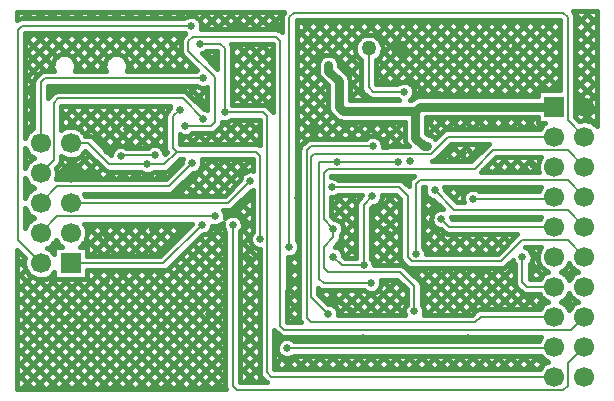
<source format=gbr>
G04 DipTrace 2.4.0.2*
%INBottom.gbr*%
%MOIN*%
%ADD13C,0.007*%
%ADD14C,0.03*%
%ADD15C,0.015*%
%ADD20C,0.05*%
%ADD21R,0.05X0.05*%
%ADD26R,0.0669X0.0669*%
%ADD27C,0.0669*%
%ADD38C,0.025*%
%FSLAX44Y44*%
G04*
G70*
G90*
G75*
G01*
%LNBottom*%
%LPD*%
X21125Y8661D2*
D13*
Y7827D1*
X21265Y7687D1*
X22187D1*
X13276Y5633D2*
X22187D1*
Y5687D1*
X16081Y7805D2*
X14496D1*
X14356Y7945D1*
Y11844D1*
X14366Y11854D1*
X14941D1*
X16973D1*
X11466Y9752D2*
Y4387D1*
X11606Y4247D1*
X22487D1*
X22627Y4387D1*
Y5127D1*
X23187Y5687D1*
X10361Y15785D2*
X11056D1*
X11196Y15645D1*
Y13502D1*
X12466D1*
X12606Y13362D1*
Y4827D1*
X12746Y4687D1*
X22187D1*
X17187Y14187D2*
X16140D1*
X16000Y14327D1*
Y15625D1*
X10088Y16385D2*
X4442D1*
X4302Y16245D1*
Y9233D1*
X5064Y8472D1*
X13349Y9005D2*
Y16666D1*
X13505Y16822D1*
X22487D1*
X22627Y16682D1*
Y13247D1*
X23187Y12687D1*
X17519Y6863D2*
Y7692D1*
X17047Y8165D1*
X14636D1*
X14496Y8305D1*
Y9004D1*
X14819Y9327D1*
Y9613D1*
X14506Y9926D1*
Y11484D1*
X14646Y11624D1*
X19528D1*
X20151Y12247D1*
X22627D1*
X23187Y11687D1*
X17579Y8768D2*
Y11107D1*
X17719Y11247D1*
X22627D1*
X23187Y10687D1*
X18200Y10893D2*
X18845Y10247D1*
X22627D1*
X23187Y9687D1*
X14765Y10993D2*
X17019D1*
X17299Y10712D1*
Y8688D1*
X17449Y8538D1*
X20400D1*
X21109Y9247D1*
X22627D1*
X23187Y8687D1*
X14637Y6787D2*
X14076Y7348D1*
Y12004D1*
X14185Y12112D1*
X18065D1*
X18640Y12687D1*
X22187D1*
X19475Y10621D2*
X22187D1*
Y10687D1*
X18426Y9935D2*
X18674Y9687D1*
X22187D1*
X8866Y12065D2*
X7739D1*
Y12032D1*
X6064Y8472D2*
X9153D1*
X10433Y9752D1*
X9889Y13042D2*
X10732D1*
X10872Y13182D1*
Y14674D1*
X9991Y15555D1*
Y15875D1*
X10131Y16015D1*
X12906D1*
X13046Y15875D1*
Y6387D1*
X13186Y6247D1*
X22747D1*
X23187Y6687D1*
X10875Y10032D2*
X5624D1*
X5064Y9472D1*
X10119Y11812D2*
X9339Y11032D1*
X5624D1*
X5064Y10472D1*
X10481Y13272D2*
X9796Y13958D1*
X5643D1*
X5503Y13818D1*
Y11911D1*
X5064Y11472D1*
X10480Y14632D2*
X5204D1*
X5064Y14492D1*
Y12472D1*
X22187Y6687D2*
X19733D1*
X19553Y6507D1*
X14076D1*
X13936Y6647D1*
Y12237D1*
X14076Y12377D1*
X16134D1*
X12376Y9276D2*
Y12042D1*
X12236Y12182D1*
X9604D1*
X9187Y11765D1*
X8616D1*
X9694Y13588D2*
X9464Y13358D1*
Y12322D1*
X9604Y12182D1*
X14819Y8690D2*
X15114Y8395D1*
X15829D1*
X8616Y11765D2*
X7352D1*
X6645Y12472D1*
X6064D1*
X15829Y8395D2*
Y10420D1*
X16122Y10713D1*
X22187Y13687D2*
D14*
X17697D1*
X17557Y13547D1*
X15140D1*
X15000Y13687D1*
Y14547D1*
X14657Y14889D1*
Y15062D1*
X17557Y13547D2*
Y12657D1*
X17840Y12374D1*
X17953D1*
X12056Y11223D2*
D13*
X11305Y10472D1*
X6064D1*
D38*
X20871Y15632D3*
X18380Y14090D3*
X17366Y11861D3*
X19841Y11529D3*
X21469Y11728D3*
X19143Y12144D3*
X18047Y13223D3*
X16568Y12559D3*
X14226Y12891D3*
X21369Y13273D3*
X15821Y5964D3*
X19293Y5980D3*
X14807Y7226D3*
X15422Y6877D3*
X16701Y7608D3*
X16635Y9452D3*
X13645Y10632D3*
X13678Y16180D3*
X12864Y16346D3*
X11618Y16429D3*
X9309Y16728D3*
X12900Y5537D3*
X12022Y8608D3*
Y5900D3*
X10673Y6776D3*
X7251Y7879D3*
X7266Y9364D3*
X8810Y9569D3*
X7786Y11406D3*
X6741Y11438D3*
X7944Y12939D3*
X7277Y12215D3*
X19765Y8143D3*
X21125Y8661D3*
X13276Y5633D3*
X14941Y11854D3*
X16081Y7805D3*
X16973Y11854D3*
X11466Y9752D3*
X10361Y15785D3*
X11196Y13502D3*
X17187Y14187D3*
X10088Y16385D3*
X13349Y9005D3*
X17519Y6863D3*
X14819Y9613D3*
X17579Y8768D3*
X18200Y10893D3*
X14765Y10993D3*
X14637Y6787D3*
X19475Y10621D3*
X18426Y9935D3*
X7739Y12032D3*
X8866Y12065D3*
X10433Y9752D3*
X9889Y13042D3*
X10875Y10032D3*
X10119Y11812D3*
X10481Y13272D3*
X10480Y14632D3*
X16134Y12377D3*
X8616Y11765D3*
X16122Y10713D3*
X12376Y9276D3*
X15829Y8395D3*
X14819Y8690D3*
X9694Y13588D3*
X14657Y15062D3*
X17953Y12374D3*
X12056Y11223D3*
X4677Y16842D2*
D15*
X4476Y16641D1*
X5101Y16842D2*
X4900Y16641D1*
X5525Y16842D2*
X5324Y16641D1*
X4811Y16128D2*
X4559Y15876D1*
X5949Y16842D2*
X5748Y16641D1*
X5235Y16128D2*
X4559Y15451D1*
X6374Y16842D2*
X6173Y16641D1*
X5659Y16128D2*
X4559Y15027D1*
X6798Y16842D2*
X6597Y16641D1*
X6084Y16128D2*
X4559Y14603D1*
X7222Y16842D2*
X7021Y16641D1*
X6508Y16128D2*
X5833Y15453D1*
X5449Y15069D2*
X5270Y14890D1*
X4807Y14428D2*
X4559Y14179D1*
X7648Y16844D2*
X7446Y16641D1*
X6932Y16128D2*
X6140Y15335D1*
X4807Y14003D2*
X4559Y13754D1*
X8072Y16844D2*
X7870Y16641D1*
X7356Y16128D2*
X6249Y15021D1*
X5605Y14376D2*
X5319Y14091D1*
X4807Y13579D2*
X4559Y13330D1*
X8497Y16844D2*
X8294Y16641D1*
X7781Y16128D2*
X6542Y14890D1*
X6029Y14376D2*
X5866Y14214D1*
X4807Y13155D2*
X4559Y12906D1*
X8921Y16844D2*
X8718Y16641D1*
X8205Y16128D2*
X7525Y15448D1*
X7186Y15109D2*
X6967Y14890D1*
X6453Y14376D2*
X6290Y14214D1*
X9345Y16844D2*
X9143Y16641D1*
X8629Y16128D2*
X7855Y15354D1*
X6877Y14376D2*
X6715Y14214D1*
X6203Y13702D2*
X5760Y13259D1*
X4625Y12124D2*
X4559Y12057D1*
X9769Y16844D2*
X9567Y16641D1*
X9053Y16128D2*
X7982Y15057D1*
X7302Y14376D2*
X7139Y14214D1*
X6627Y13702D2*
X5936Y13010D1*
X10194Y16844D2*
X10081Y16731D1*
X9478Y16128D2*
X8239Y14890D1*
X7726Y14376D2*
X7563Y14214D1*
X7051Y13702D2*
X6319Y12969D1*
X10620Y16846D2*
X10369Y16595D1*
X9778Y16004D2*
X8664Y14890D1*
X8150Y14376D2*
X7987Y14214D1*
X7476Y13702D2*
X6541Y12767D1*
X4769Y10995D2*
X4559Y10785D1*
X11044Y16846D2*
X10470Y16272D1*
X9735Y15536D2*
X9088Y14890D1*
X8574Y14376D2*
X8412Y14214D1*
X7900Y13702D2*
X6842Y12644D1*
X6118Y11920D2*
X5616Y11418D1*
X11468Y16846D2*
X10894Y16272D1*
X9900Y15278D2*
X9512Y14890D1*
X8999Y14376D2*
X8836Y14214D1*
X8324Y13702D2*
X7054Y12432D1*
X6685Y12063D2*
X5911Y11288D1*
X4683Y10061D2*
X4559Y9936D1*
X11892Y16846D2*
X11319Y16272D1*
X10555Y15508D2*
X10482Y15435D1*
X10112Y15066D2*
X9936Y14890D1*
X9423Y14376D2*
X9260Y14214D1*
X8748Y13702D2*
X7267Y12220D1*
X6897Y11851D2*
X6335Y11288D1*
X12317Y16846D2*
X11743Y16272D1*
X10939Y15468D2*
X10694Y15223D1*
X9847Y14376D2*
X9685Y14214D1*
X9173Y13702D2*
X7838Y12367D1*
X7109Y11638D2*
X6759Y11288D1*
X4319Y8848D2*
X4283Y8812D1*
X12741Y16846D2*
X12167Y16272D1*
X11654Y15758D2*
X11453Y15558D1*
X10939Y15044D2*
X10905Y15010D1*
X10257Y14361D2*
X10009Y14114D1*
X9208Y13312D2*
X8216Y12321D1*
X7403Y11507D2*
X7184Y11288D1*
X6670Y10775D2*
X6624Y10729D1*
X4531Y8635D2*
X4283Y8387D1*
X13165Y16846D2*
X12591Y16272D1*
X12078Y15758D2*
X11453Y15133D1*
X10616Y14297D2*
X10221Y13902D1*
X9208Y12888D2*
X8640Y12321D1*
X7827Y11507D2*
X7608Y11288D1*
X7095Y10775D2*
X7049Y10729D1*
X4556Y8236D2*
X4283Y7963D1*
X13092Y16348D2*
X13001Y16257D1*
X12502Y15758D2*
X11453Y14709D1*
X10616Y13872D2*
X10434Y13690D1*
X9208Y12464D2*
X9085Y12341D1*
X8251Y11507D2*
X8032Y11288D1*
X7519Y10775D2*
X7473Y10729D1*
X4751Y8007D2*
X4283Y7539D1*
X13734Y16566D2*
X13606Y16438D1*
X12791Y15623D2*
X11453Y14285D1*
X9864Y12696D2*
X9721Y12553D1*
X8586Y11418D2*
X8456Y11288D1*
X7943Y10775D2*
X7897Y10729D1*
X6944Y9776D2*
X6619Y9450D1*
X5084Y7916D2*
X4283Y7115D1*
X14158Y16566D2*
X13606Y16013D1*
X12791Y15198D2*
X11453Y13861D1*
X10378Y12785D2*
X10031Y12439D1*
X9100Y11507D2*
X8881Y11288D1*
X8367Y10775D2*
X8321Y10729D1*
X7368Y9776D2*
X6620Y9028D1*
X5509Y7916D2*
X4283Y6690D1*
X14582Y16566D2*
X13606Y15589D1*
X12791Y14774D2*
X11774Y13758D1*
X11173Y13156D2*
X11105Y13088D1*
X10825Y12808D2*
X10455Y12439D1*
X8792Y10775D2*
X8746Y10729D1*
X7792Y9776D2*
X6745Y8728D1*
X5933Y7916D2*
X4283Y6266D1*
X15006Y16566D2*
X13606Y15165D1*
X12791Y14350D2*
X12199Y13758D1*
X11687Y13246D2*
X10879Y12439D1*
X9216Y10775D2*
X9170Y10729D1*
X8217Y9776D2*
X7169Y8728D1*
X6655Y8214D2*
X6619Y8178D1*
X6357Y7916D2*
X4283Y5842D1*
X15431Y16566D2*
X13606Y14741D1*
X12791Y13925D2*
X12593Y13728D1*
X12111Y13246D2*
X11304Y12439D1*
X10790Y11925D2*
X9593Y10728D1*
X8641Y9776D2*
X7593Y8728D1*
X7080Y8214D2*
X4283Y5417D1*
X15855Y16566D2*
X14719Y15430D1*
X14285Y14996D2*
X13606Y14316D1*
X12350Y13060D2*
X11728Y12439D1*
X11215Y11925D2*
X10018Y10728D1*
X9065Y9776D2*
X8017Y8728D1*
X7504Y8214D2*
X4283Y4993D1*
X16279Y16566D2*
X14975Y15261D1*
X14365Y14651D2*
X13606Y13892D1*
X12350Y12636D2*
X12152Y12439D1*
X11639Y11925D2*
X10442Y10728D1*
X9489Y9776D2*
X8442Y8728D1*
X7928Y8214D2*
X4283Y4569D1*
X16703Y16566D2*
X16194Y16056D1*
X15567Y15429D2*
X15107Y14969D1*
X14577Y14439D2*
X13606Y13468D1*
X12063Y11925D2*
X10866Y10728D1*
X9914Y9776D2*
X8866Y8728D1*
X8352Y8214D2*
X4421Y4283D1*
X17128Y16566D2*
X16416Y15854D1*
X15744Y15182D2*
X15314Y14752D1*
X14629Y14066D2*
X13606Y13043D1*
X8777Y8214D2*
X4845Y4283D1*
X17552Y16566D2*
X16428Y15442D1*
X15744Y14757D2*
X15371Y14384D1*
X14630Y13644D2*
X13606Y12619D1*
X9213Y8226D2*
X5268Y4281D1*
X17976Y16566D2*
X16256Y14845D1*
X15744Y14333D2*
X15371Y13960D1*
X14783Y13372D2*
X14040Y12629D1*
X13684Y12273D2*
X13606Y12195D1*
X12119Y10709D2*
X11508Y10097D1*
X11120Y9709D2*
X5692Y4281D1*
X18401Y16566D2*
X16279Y14444D1*
X15896Y14061D2*
X15753Y13919D1*
X15026Y13191D2*
X14467Y12632D1*
X13681Y11846D2*
X13606Y11771D1*
X12119Y10284D2*
X11766Y9931D1*
X11210Y9375D2*
X6116Y4281D1*
X18825Y16566D2*
X16703Y14444D1*
X15436Y13176D2*
X14892Y12632D1*
X13681Y11421D2*
X13606Y11346D1*
X12119Y9860D2*
X11721Y9462D1*
X11210Y8950D2*
X6541Y4281D1*
X19249Y16566D2*
X17217Y14533D1*
X15860Y13176D2*
X15316Y12632D1*
X13681Y10997D2*
X13606Y10922D1*
X12043Y9360D2*
X11721Y9038D1*
X11210Y8526D2*
X6965Y4281D1*
X19673Y16566D2*
X17482Y14374D1*
X16284Y13176D2*
X15740Y12632D1*
X13681Y10573D2*
X13606Y10498D1*
X12133Y9025D2*
X11721Y8614D1*
X11210Y8102D2*
X7389Y4281D1*
X20098Y16566D2*
X17558Y14026D1*
X16708Y13176D2*
X16241Y12709D1*
X14900Y11368D2*
X14862Y11329D1*
X13681Y10149D2*
X13606Y10074D1*
X12350Y8818D2*
X11721Y8189D1*
X11210Y7678D2*
X7813Y4281D1*
X20522Y16566D2*
X18014Y14058D1*
X17133Y13176D2*
X16459Y12503D1*
X15325Y11368D2*
X15205Y11249D1*
X13681Y9724D2*
X13606Y9649D1*
X12350Y8393D2*
X11721Y7765D1*
X11210Y7253D2*
X8236Y4280D1*
X20946Y16566D2*
X18438Y14058D1*
X17186Y12805D2*
X16750Y12369D1*
X15749Y11368D2*
X15629Y11249D1*
X15117Y10737D2*
X14762Y10382D1*
X13681Y9300D2*
X13614Y9233D1*
X12350Y7969D2*
X11721Y7341D1*
X11210Y6829D2*
X8660Y4280D1*
X21370Y16566D2*
X18863Y14058D1*
X18120Y13316D2*
X17928Y13123D1*
X17249Y12444D2*
X17174Y12370D1*
X16173Y11368D2*
X16053Y11249D1*
X15542Y10737D2*
X14802Y9997D1*
X13681Y8876D2*
X13647Y8842D1*
X13512Y8707D2*
X13302Y8498D1*
X12350Y7545D2*
X11721Y6916D1*
X11210Y6405D2*
X9085Y4280D1*
X21795Y16566D2*
X19287Y14058D1*
X18545Y13316D2*
X17988Y12758D1*
X16597Y11368D2*
X16478Y11249D1*
X15573Y10344D2*
X15079Y9850D1*
X13681Y8451D2*
X13302Y8073D1*
X12350Y7121D2*
X11721Y6492D1*
X11210Y5980D2*
X9509Y4280D1*
X22219Y16566D2*
X19711Y14058D1*
X18969Y13316D2*
X18589Y12936D1*
X17022Y11368D2*
X16902Y11249D1*
X15573Y9920D2*
X15132Y9479D1*
X13681Y8027D2*
X13302Y7649D1*
X12350Y6696D2*
X11721Y6068D1*
X11210Y5556D2*
X9933Y4280D1*
X22928Y16851D2*
X22866Y16788D1*
X22370Y16292D2*
X20135Y14058D1*
X19393Y13316D2*
X19022Y12944D1*
X17446Y11368D2*
X17228Y11151D1*
X16814Y10737D2*
X16085Y10007D1*
X15573Y9496D2*
X15039Y8962D1*
X13681Y7603D2*
X13302Y7225D1*
X12350Y6272D2*
X11721Y5644D1*
X11210Y5132D2*
X10357Y4280D1*
X23352Y16851D2*
X22883Y16381D1*
X22370Y15868D2*
X20560Y14058D1*
X19817Y13316D2*
X19446Y12944D1*
X18932Y12431D2*
X18382Y11880D1*
X17043Y10541D2*
X16085Y9583D1*
X15573Y9071D2*
X15190Y8688D1*
X13681Y7179D2*
X13302Y6800D1*
X12350Y5848D2*
X11721Y5219D1*
X11210Y4708D2*
X10782Y4280D1*
X23601Y16675D2*
X22883Y15956D1*
X22371Y15445D2*
X20985Y14059D1*
X20241Y13315D2*
X19870Y12944D1*
X19356Y12430D2*
X18806Y11880D1*
X17043Y10117D2*
X16084Y9158D1*
X14474Y7548D2*
X14359Y7433D1*
X13680Y6754D2*
X13430Y6503D1*
X12996Y6069D2*
X12863Y5937D1*
X12349Y5423D2*
X11723Y4796D1*
X23601Y16251D2*
X22883Y15532D1*
X22371Y15020D2*
X21409Y14059D1*
X20666Y13315D2*
X20294Y12944D1*
X19781Y12430D2*
X19230Y11880D1*
X17974Y10624D2*
X17835Y10484D1*
X17043Y9692D2*
X16084Y8734D1*
X14898Y7548D2*
X14571Y7221D1*
X12933Y5582D2*
X12861Y5511D1*
X12349Y4999D2*
X11853Y4503D1*
X23601Y15827D2*
X22883Y15108D1*
X22371Y14596D2*
X22018Y14243D1*
X21090Y13315D2*
X20718Y12944D1*
X18766Y10992D2*
X18618Y10844D1*
X18249Y10475D2*
X17835Y10060D1*
X17043Y9268D2*
X16196Y8421D1*
X15322Y7548D2*
X14845Y7070D1*
X13766Y5992D2*
X13663Y5889D1*
X13103Y5329D2*
X12863Y5088D1*
X12419Y4644D2*
X12278Y4503D1*
X23601Y15402D2*
X22883Y14684D1*
X21514Y13315D2*
X21142Y12944D1*
X19191Y10992D2*
X18831Y10632D1*
X18082Y9883D2*
X17835Y9636D1*
X17043Y8844D2*
X16620Y8421D1*
X15747Y7548D2*
X14984Y6785D1*
X14191Y5992D2*
X14087Y5889D1*
X13576Y5377D2*
X13143Y4944D1*
X23601Y14978D2*
X22883Y14259D1*
X21754Y13131D2*
X21567Y12944D1*
X20614Y11991D2*
X20127Y11503D1*
X19615Y10992D2*
X19577Y10954D1*
X18254Y9631D2*
X17835Y9211D1*
X17121Y8497D2*
X17044Y8421D1*
X16531Y7907D2*
X16428Y7804D1*
X16081Y7458D2*
X15387Y6764D1*
X14615Y5992D2*
X14512Y5889D1*
X14000Y5377D2*
X13567Y4944D1*
X23601Y14554D2*
X22883Y13835D1*
X21038Y11991D2*
X20551Y11503D1*
X20039Y10992D2*
X19924Y10877D1*
X19038Y9991D2*
X18990Y9942D1*
X18523Y9475D2*
X17914Y8867D1*
X16945Y7897D2*
X15811Y6764D1*
X15039Y5992D2*
X14936Y5889D1*
X14424Y5377D2*
X13991Y4944D1*
X23601Y14130D2*
X22883Y13411D1*
X21463Y11991D2*
X20975Y11503D1*
X20463Y10992D2*
X20349Y10877D1*
X19462Y9991D2*
X19414Y9942D1*
X18902Y9430D2*
X18265Y8794D1*
X17754Y8282D2*
X17526Y8055D1*
X17157Y7685D2*
X16235Y6764D1*
X15463Y5992D2*
X15360Y5889D1*
X14848Y5377D2*
X14416Y4944D1*
X23601Y13705D2*
X23136Y13240D1*
X21635Y11739D2*
X21399Y11503D1*
X20888Y10992D2*
X20773Y10877D1*
X19887Y9991D2*
X19838Y9942D1*
X19326Y9430D2*
X18690Y8794D1*
X18178Y8282D2*
X17735Y7839D1*
X17263Y7367D2*
X16660Y6764D1*
X15888Y5992D2*
X15785Y5889D1*
X15273Y5377D2*
X14840Y4944D1*
X23601Y13281D2*
X23483Y13162D1*
X21312Y10992D2*
X21197Y10877D1*
X20311Y9991D2*
X20262Y9942D1*
X19751Y9430D2*
X19114Y8794D1*
X18602Y8282D2*
X17775Y7455D1*
X17174Y6853D2*
X17084Y6764D1*
X16312Y5992D2*
X16209Y5889D1*
X15697Y5377D2*
X15264Y4944D1*
X21721Y10977D2*
X21621Y10877D1*
X20735Y9991D2*
X20687Y9942D1*
X20175Y9430D2*
X19538Y8794D1*
X19026Y8282D2*
X17808Y7064D1*
X16736Y5992D2*
X16633Y5889D1*
X16121Y5377D2*
X15688Y4944D1*
X21159Y9991D2*
X21111Y9942D1*
X20599Y9430D2*
X19963Y8794D1*
X19451Y8282D2*
X17932Y6764D1*
X17160Y5992D2*
X17057Y5889D1*
X16546Y5377D2*
X16113Y4944D1*
X21584Y9991D2*
X21535Y9942D1*
X19875Y8282D2*
X18357Y6764D1*
X17585Y5992D2*
X17482Y5889D1*
X16970Y5377D2*
X16537Y4944D1*
X20299Y8282D2*
X18781Y6764D1*
X18009Y5992D2*
X17906Y5889D1*
X17394Y5377D2*
X16961Y4944D1*
X21433Y8991D2*
X21361Y8920D1*
X20866Y8424D2*
X19205Y6764D1*
X18433Y5992D2*
X18330Y5889D1*
X17818Y5377D2*
X17385Y4944D1*
X21640Y8774D2*
X21462Y8597D1*
X20868Y8002D2*
X19810Y6944D1*
X18857Y5992D2*
X18754Y5889D1*
X18243Y5377D2*
X17810Y4944D1*
X21700Y8410D2*
X21381Y8091D1*
X20936Y7646D2*
X20234Y6944D1*
X19282Y5992D2*
X19179Y5889D1*
X18667Y5377D2*
X18234Y4944D1*
X21913Y8199D2*
X21658Y7944D1*
X21163Y7448D2*
X20659Y6944D1*
X19706Y5992D2*
X19603Y5889D1*
X19091Y5377D2*
X18658Y4944D1*
X21569Y7430D2*
X21083Y6944D1*
X20130Y5992D2*
X20027Y5889D1*
X19515Y5377D2*
X19082Y4944D1*
X22823Y8260D2*
X22614Y8051D1*
X21824Y7261D2*
X21507Y6944D1*
X20554Y5992D2*
X20451Y5889D1*
X19940Y5377D2*
X19507Y4944D1*
X20979Y5992D2*
X20876Y5889D1*
X20364Y5377D2*
X19931Y4944D1*
X22749Y7337D2*
X22536Y7125D1*
X21403Y5992D2*
X21300Y5889D1*
X20788Y5377D2*
X20355Y4944D1*
X21212Y5377D2*
X20780Y4944D1*
X21637Y5377D2*
X21204Y4944D1*
X21894Y5209D2*
X21628Y4944D1*
X23199Y16851D2*
X23601Y16448D1*
X22868Y16758D2*
X23601Y16024D1*
X22883Y16319D2*
X23601Y15600D1*
X22211Y16566D2*
X22371Y16406D1*
X22883Y15894D2*
X23602Y15175D1*
X21787Y16566D2*
X22371Y15982D1*
X22883Y15470D2*
X23602Y14750D1*
X21363Y16566D2*
X22371Y15558D1*
X22883Y15046D2*
X23601Y14327D1*
X20939Y16566D2*
X22371Y15133D1*
X22883Y14622D2*
X23601Y13903D1*
X20514Y16566D2*
X22371Y14709D1*
X22883Y14197D2*
X23601Y13479D1*
X20090Y16566D2*
X22371Y14285D1*
X22883Y13773D2*
X23601Y13054D1*
X19666Y16566D2*
X21988Y14243D1*
X22883Y13349D2*
X23014Y13217D1*
X19242Y16566D2*
X21632Y14175D1*
X18817Y16566D2*
X21325Y14058D1*
X18393Y16566D2*
X20901Y14058D1*
X17969Y16566D2*
X20477Y14058D1*
X21219Y13316D2*
X21590Y12944D1*
X17545Y16566D2*
X20052Y14058D1*
X20794Y13316D2*
X21166Y12944D1*
X17120Y16566D2*
X19628Y14058D1*
X20370Y13316D2*
X20742Y12944D1*
X16696Y16566D2*
X19204Y14058D1*
X19946Y13316D2*
X20317Y12944D1*
X21270Y11991D2*
X21635Y11626D1*
X16272Y16566D2*
X18780Y14058D1*
X19522Y13316D2*
X19893Y12944D1*
X20846Y11991D2*
X21333Y11504D1*
X15847Y16566D2*
X18355Y14058D1*
X19097Y13316D2*
X19469Y12944D1*
X20422Y11991D2*
X20909Y11504D1*
X21423Y10990D2*
X21536Y10877D1*
X15423Y16566D2*
X15901Y16088D1*
X16462Y15526D2*
X17931Y14058D1*
X18673Y13316D2*
X19045Y12944D1*
X19558Y12431D2*
X19762Y12226D1*
X20132Y11857D2*
X20485Y11504D1*
X20998Y10990D2*
X21111Y10877D1*
X14999Y16566D2*
X15634Y15930D1*
X16305Y15260D2*
X17054Y14510D1*
X18249Y13316D2*
X18620Y12944D1*
X19134Y12431D2*
X19550Y12014D1*
X19919Y11645D2*
X20061Y11504D1*
X20574Y10990D2*
X20687Y10877D1*
X21573Y9991D2*
X21622Y9943D1*
X14575Y16566D2*
X15528Y15612D1*
X16255Y14885D2*
X16696Y14444D1*
X17929Y13211D2*
X18362Y12778D1*
X18731Y12409D2*
X19260Y11880D1*
X20150Y10990D2*
X20263Y10877D1*
X21149Y9991D2*
X21197Y9943D1*
X14150Y16566D2*
X15743Y14973D1*
X18519Y12197D2*
X18836Y11880D1*
X19726Y10990D2*
X19839Y10877D1*
X20725Y9991D2*
X20773Y9943D1*
X22496Y8219D2*
X22721Y7995D1*
X13726Y16566D2*
X15743Y14548D1*
X17115Y13176D2*
X17185Y13106D1*
X18307Y11985D2*
X18412Y11880D1*
X19301Y10990D2*
X19345Y10946D1*
X20301Y9991D2*
X20349Y9943D1*
X21300Y8992D2*
X21632Y8660D1*
X13022Y16846D2*
X13107Y16761D1*
X13605Y16262D2*
X14477Y15390D1*
X15370Y14497D2*
X15949Y13919D1*
X16691Y13176D2*
X17185Y12682D1*
X18877Y10990D2*
X19142Y10725D1*
X19876Y9991D2*
X19924Y9943D1*
X20436Y9431D2*
X20680Y9187D1*
X21409Y8458D2*
X21788Y8080D1*
X22579Y7288D2*
X22787Y7081D1*
X12598Y16846D2*
X13092Y16351D1*
X13605Y15838D2*
X14295Y15148D1*
X15370Y14073D2*
X15525Y13919D1*
X16267Y13176D2*
X17074Y12369D1*
X18546Y10898D2*
X18939Y10505D1*
X19452Y9991D2*
X19500Y9943D1*
X20012Y9431D2*
X20468Y8975D1*
X21381Y8062D2*
X21499Y7944D1*
X12173Y16846D2*
X12747Y16272D1*
X13605Y15414D2*
X14628Y14391D1*
X15843Y13176D2*
X16650Y12369D1*
X19028Y9991D2*
X19076Y9943D1*
X19588Y9431D2*
X20225Y8794D1*
X20625Y8393D2*
X20868Y8151D1*
X21588Y7431D2*
X21870Y7149D1*
X11749Y16846D2*
X12323Y16272D1*
X13605Y14989D2*
X14628Y13967D1*
X15418Y13176D2*
X15932Y12662D1*
X17226Y11368D2*
X17354Y11240D1*
X17835Y10760D2*
X18325Y10269D1*
X19164Y9431D2*
X19800Y8794D1*
X20314Y8281D2*
X21652Y6943D1*
X11325Y16846D2*
X11899Y16272D1*
X12412Y15758D2*
X12790Y15380D1*
X13605Y14565D2*
X15538Y12632D1*
X16802Y11368D2*
X16922Y11249D1*
X17835Y10336D2*
X18102Y10069D1*
X18739Y9431D2*
X19376Y8794D1*
X19890Y8281D2*
X21227Y6943D1*
X10901Y16846D2*
X11474Y16272D1*
X11988Y15758D2*
X12790Y14956D1*
X13605Y14141D2*
X15114Y12632D1*
X16378Y11368D2*
X16497Y11249D1*
X17835Y9912D2*
X18952Y8794D1*
X19465Y8281D2*
X20803Y6943D1*
X10478Y16844D2*
X11050Y16272D1*
X11563Y15758D2*
X12790Y14532D1*
X13605Y13717D2*
X14689Y12632D1*
X15954Y11368D2*
X16073Y11249D1*
X16585Y10737D2*
X17043Y10279D1*
X17835Y9487D2*
X18528Y8794D1*
X19041Y8281D2*
X20379Y6943D1*
X21331Y5990D2*
X21433Y5889D1*
X10054Y16844D2*
X10183Y16714D1*
X10417Y16481D2*
X10626Y16272D1*
X11452Y15445D2*
X12790Y14107D1*
X13605Y13292D2*
X14265Y12632D1*
X15529Y11368D2*
X15649Y11249D1*
X16399Y10498D2*
X17043Y9855D1*
X17835Y9063D2*
X18103Y8794D1*
X18617Y8281D2*
X19955Y6943D1*
X20907Y5990D2*
X21009Y5889D1*
X21520Y5377D2*
X21802Y5095D1*
X9629Y16844D2*
X9832Y16641D1*
X11452Y15021D2*
X12790Y13683D1*
X13605Y12868D2*
X13902Y12571D1*
X15105Y11368D2*
X15225Y11249D1*
X16126Y10347D2*
X17043Y9431D1*
X18193Y8281D2*
X19577Y6897D1*
X20483Y5990D2*
X20584Y5889D1*
X21096Y5377D2*
X21531Y4943D1*
X9205Y16844D2*
X9408Y16641D1*
X10556Y15493D2*
X10941Y15108D1*
X11452Y14597D2*
X12291Y13758D1*
X13605Y12444D2*
X13702Y12347D1*
X15312Y10737D2*
X15576Y10473D1*
X16084Y9965D2*
X17043Y9006D1*
X17768Y8281D2*
X19285Y6764D1*
X20059Y5990D2*
X20160Y5889D1*
X20672Y5377D2*
X21106Y4943D1*
X8781Y16844D2*
X8983Y16641D1*
X9497Y16128D2*
X9734Y15891D1*
X11452Y14172D2*
X11867Y13758D1*
X13605Y12020D2*
X13680Y11945D1*
X14938Y10687D2*
X15573Y10052D1*
X16084Y9540D2*
X18861Y6764D1*
X19634Y5990D2*
X19736Y5889D1*
X20248Y5377D2*
X20682Y4943D1*
X8357Y16844D2*
X8559Y16641D1*
X9073Y16128D2*
X9789Y15412D1*
X11955Y13246D2*
X12349Y12851D1*
X13605Y11595D2*
X13680Y11521D1*
X14762Y10439D2*
X15573Y9628D1*
X16084Y9116D2*
X16779Y8421D1*
X17775Y7426D2*
X18436Y6764D1*
X19210Y5990D2*
X19312Y5889D1*
X19823Y5377D2*
X20258Y4943D1*
X7932Y16844D2*
X8135Y16641D1*
X8648Y16128D2*
X9887Y14890D1*
X10489Y14287D2*
X10616Y14160D1*
X11530Y13246D2*
X12349Y12427D1*
X13605Y11171D2*
X13680Y11097D1*
X15165Y9612D2*
X15573Y9204D1*
X16084Y8692D2*
X16355Y8421D1*
X16868Y7908D2*
X17263Y7513D1*
X17859Y6917D2*
X18012Y6764D1*
X18786Y5990D2*
X18887Y5889D1*
X19399Y5377D2*
X19834Y4943D1*
X7508Y16844D2*
X7711Y16641D1*
X8224Y16128D2*
X9462Y14890D1*
X9976Y14376D2*
X10616Y13736D1*
X11195Y13156D2*
X11913Y12439D1*
X13605Y10747D2*
X13680Y10672D1*
X15072Y9280D2*
X15573Y8779D1*
X16444Y7908D2*
X17256Y7095D1*
X18362Y5990D2*
X18463Y5889D1*
X18975Y5377D2*
X19409Y4943D1*
X7085Y16842D2*
X7286Y16641D1*
X7800Y16128D2*
X9038Y14890D1*
X9551Y14376D2*
X9714Y14214D1*
X10993Y12934D2*
X11489Y12439D1*
X12003Y11925D2*
X12119Y11809D1*
X13605Y10323D2*
X13680Y10248D1*
X15150Y8778D2*
X15276Y8652D1*
X16350Y7578D2*
X17164Y6764D1*
X17937Y5990D2*
X18039Y5889D1*
X18551Y5377D2*
X18985Y4943D1*
X6661Y16842D2*
X6862Y16641D1*
X7375Y16128D2*
X8614Y14890D1*
X9127Y14376D2*
X9290Y14214D1*
X10718Y12785D2*
X11065Y12439D1*
X11578Y11925D2*
X11948Y11555D1*
X13605Y9898D2*
X13680Y9824D1*
X16041Y7462D2*
X16739Y6764D1*
X17513Y5990D2*
X17614Y5889D1*
X18126Y5377D2*
X18561Y4943D1*
X6237Y16842D2*
X6438Y16641D1*
X6951Y16128D2*
X7629Y15450D1*
X7979Y15100D2*
X8190Y14890D1*
X8703Y14376D2*
X8866Y14214D1*
X10294Y12785D2*
X10641Y12439D1*
X11154Y11925D2*
X11729Y11350D1*
X13605Y9474D2*
X13680Y9400D1*
X15531Y7548D2*
X16315Y6764D1*
X17089Y5990D2*
X17190Y5889D1*
X17702Y5377D2*
X18137Y4943D1*
X5813Y16842D2*
X6014Y16641D1*
X6527Y16128D2*
X7305Y15350D1*
X8279Y14376D2*
X8441Y14214D1*
X8953Y13702D2*
X9217Y13438D1*
X9954Y12701D2*
X10216Y12439D1*
X10730Y11925D2*
X11560Y11095D1*
X11928Y10727D2*
X12119Y10536D1*
X15107Y7548D2*
X15891Y6764D1*
X16665Y5990D2*
X16766Y5889D1*
X17278Y5377D2*
X17712Y4943D1*
X5388Y16842D2*
X5589Y16641D1*
X6103Y16128D2*
X7180Y15050D1*
X7854Y14376D2*
X8017Y14214D1*
X8529Y13702D2*
X9207Y13024D1*
X9721Y12510D2*
X9792Y12439D1*
X10463Y11768D2*
X11348Y10882D1*
X11716Y10515D2*
X12119Y10112D1*
X13527Y8703D2*
X13680Y8551D1*
X14682Y7548D2*
X15467Y6764D1*
X16240Y5990D2*
X16342Y5889D1*
X16853Y5377D2*
X17288Y4943D1*
X4964Y16842D2*
X5165Y16641D1*
X5678Y16128D2*
X6917Y14890D1*
X7430Y14376D2*
X7593Y14214D1*
X8105Y13702D2*
X9207Y12599D1*
X10297Y11509D2*
X11078Y10728D1*
X11504Y10303D2*
X12119Y9687D1*
X13302Y8505D2*
X13680Y8126D1*
X14333Y7474D2*
X14676Y7130D1*
X14979Y6827D2*
X15042Y6765D1*
X15816Y5990D2*
X15917Y5889D1*
X16429Y5377D2*
X16864Y4943D1*
X4540Y16842D2*
X4741Y16641D1*
X5254Y16128D2*
X5942Y15440D1*
X6237Y15145D2*
X6492Y14890D1*
X7006Y14376D2*
X7169Y14214D1*
X7680Y13702D2*
X9007Y12376D1*
X9177Y12205D2*
X9217Y12165D1*
X9586Y11796D2*
X9660Y11723D1*
X10029Y11353D2*
X10654Y10728D1*
X11167Y10215D2*
X11315Y10067D1*
X11781Y9602D2*
X12034Y9348D1*
X13302Y8080D2*
X13680Y7702D1*
X15392Y5990D2*
X15493Y5889D1*
X16005Y5377D2*
X16439Y4943D1*
X4283Y16675D2*
X4335Y16623D1*
X4829Y16129D2*
X5591Y15366D1*
X6582Y14376D2*
X6743Y14215D1*
X7257Y13701D2*
X8632Y12325D1*
X9375Y11583D2*
X9447Y11511D1*
X9817Y11141D2*
X10230Y10728D1*
X11721Y9237D2*
X12350Y8608D1*
X13302Y7656D2*
X13681Y7277D1*
X14966Y5992D2*
X15069Y5889D1*
X15581Y5377D2*
X16014Y4944D1*
X4559Y15975D2*
X5447Y15086D1*
X6158Y14376D2*
X6319Y14215D1*
X6832Y13701D2*
X8212Y12322D1*
X9025Y11509D2*
X9236Y11298D1*
X9605Y10929D2*
X9806Y10728D1*
X10846Y9687D2*
X11210Y9324D1*
X11721Y8812D2*
X12350Y8184D1*
X13302Y7231D2*
X13681Y6853D1*
X14542Y5992D2*
X14645Y5889D1*
X15157Y5377D2*
X15590Y4944D1*
X4559Y15551D2*
X5220Y14889D1*
X5734Y14376D2*
X5895Y14215D1*
X6408Y13701D2*
X7731Y12378D1*
X8685Y11424D2*
X8821Y11288D1*
X9333Y10776D2*
X9381Y10729D1*
X10641Y9469D2*
X11210Y8900D1*
X11721Y8388D2*
X12350Y7760D1*
X13302Y6807D2*
X13606Y6503D1*
X14118Y5992D2*
X14221Y5889D1*
X14733Y5377D2*
X15165Y4944D1*
X4559Y15127D2*
X4943Y14742D1*
X5319Y14366D2*
X5507Y14178D1*
X5984Y13701D2*
X7452Y12233D1*
X8176Y11509D2*
X8397Y11288D1*
X8909Y10776D2*
X8956Y10729D1*
X9910Y9775D2*
X9998Y9687D1*
X10367Y9318D2*
X11210Y8476D1*
X11721Y7964D2*
X12350Y7335D1*
X13693Y5992D2*
X13797Y5889D1*
X14308Y5377D2*
X14741Y4944D1*
X4559Y14702D2*
X4807Y14453D1*
X5760Y13501D2*
X6284Y12977D1*
X7752Y11509D2*
X7973Y11288D1*
X8485Y10776D2*
X8532Y10729D1*
X9486Y9775D2*
X9786Y9475D1*
X10155Y9106D2*
X11210Y8051D1*
X11721Y7539D2*
X12350Y6911D1*
X13884Y5377D2*
X14317Y4944D1*
X4559Y14278D2*
X4807Y14029D1*
X5760Y13076D2*
X5848Y12988D1*
X7326Y11510D2*
X7549Y11288D1*
X8060Y10776D2*
X8108Y10729D1*
X9061Y9775D2*
X9574Y9263D1*
X9943Y8893D2*
X11210Y7627D1*
X11721Y7115D2*
X12350Y6487D1*
X12863Y5973D2*
X12994Y5842D1*
X13485Y5352D2*
X13893Y4944D1*
X4559Y13854D2*
X4807Y13605D1*
X6393Y12019D2*
X7124Y11288D1*
X7636Y10776D2*
X7684Y10729D1*
X8637Y9775D2*
X9362Y9051D1*
X9731Y8681D2*
X11210Y7203D1*
X11721Y6691D2*
X12350Y6063D1*
X12863Y5549D2*
X13468Y4944D1*
X4559Y13429D2*
X4807Y13181D1*
X6072Y11916D2*
X6700Y11288D1*
X7212Y10776D2*
X7259Y10729D1*
X8213Y9775D2*
X9150Y8838D1*
X9519Y8469D2*
X11210Y6778D1*
X11721Y6267D2*
X12350Y5638D1*
X12863Y5125D2*
X13044Y4944D1*
X4559Y13005D2*
X4682Y12882D1*
X5745Y11819D2*
X6276Y11288D1*
X6788Y10776D2*
X6835Y10729D1*
X7789Y9775D2*
X8836Y8727D1*
X9303Y8260D2*
X11210Y6354D1*
X11721Y5842D2*
X12350Y5214D1*
X5616Y11524D2*
X5852Y11288D1*
X7364Y9775D2*
X8412Y8727D1*
X8924Y8216D2*
X11210Y5930D1*
X11721Y5418D2*
X12356Y4783D1*
X4559Y12157D2*
X4768Y11948D1*
X6940Y9775D2*
X7988Y8727D1*
X8500Y8216D2*
X11210Y5506D1*
X11721Y4994D2*
X12212Y4503D1*
X6529Y9762D2*
X7564Y8727D1*
X8075Y8216D2*
X11210Y5081D1*
X11721Y4570D2*
X11788Y4503D1*
X6589Y9278D2*
X7139Y8727D1*
X7651Y8216D2*
X11210Y4657D1*
X4559Y10884D2*
X4625Y10817D1*
X6620Y8822D2*
X6715Y8727D1*
X7227Y8216D2*
X11163Y4279D1*
X6803Y8216D2*
X10739Y4279D1*
X4559Y10035D2*
X4698Y9896D1*
X5488Y9106D2*
X5567Y9027D1*
X6620Y7974D2*
X10315Y4279D1*
X6254Y7916D2*
X9890Y4279D1*
X5830Y7916D2*
X9466Y4279D1*
X5337Y7984D2*
X9040Y4281D1*
X4283Y8614D2*
X4517Y8379D1*
X4971Y7926D2*
X8616Y4281D1*
X4283Y8190D2*
X8192Y4281D1*
X4283Y7766D2*
X7767Y4281D1*
X4283Y7341D2*
X7343Y4281D1*
X4283Y6917D2*
X6919Y4281D1*
X4283Y6493D2*
X6495Y4281D1*
X4283Y6069D2*
X6070Y4281D1*
X4283Y5644D2*
X5644Y4283D1*
X4283Y5220D2*
X5220Y4283D1*
X4283Y4796D2*
X4796Y4283D1*
X4283Y4372D2*
X4372Y4283D1*
X16454Y15550D2*
X16436Y15477D1*
X16407Y15408D1*
X16366Y15345D1*
X16316Y15290D1*
X16243Y15235D1*
X16245Y14650D1*
Y14432D1*
X16957Y14433D1*
X17035Y14486D1*
X17105Y14513D1*
X17179Y14523D1*
X17254Y14516D1*
X17325Y14493D1*
X17389Y14455D1*
X17444Y14404D1*
X17485Y14342D1*
X17512Y14272D1*
X17523Y14187D1*
X17515Y14113D1*
X17490Y14042D1*
X17450Y13978D1*
X17398Y13925D1*
X17372Y13909D1*
X17408Y13908D1*
X17500Y13989D1*
X17567Y14024D1*
X17614Y14038D1*
X17697Y14048D1*
X21642D1*
X21641Y14233D1*
X22380D1*
X22381Y16578D1*
X21662Y16576D1*
X13606D1*
X13595Y16516D1*
Y9234D1*
X13647Y9160D1*
X13674Y9090D1*
X13685Y9005D1*
X13676Y8931D1*
X13652Y8860D1*
X13612Y8797D1*
X13560Y8743D1*
X13496Y8703D1*
X13426Y8678D1*
X13352Y8669D1*
X13293Y8675D1*
X13292Y6493D1*
X13746D1*
X13718Y6534D1*
X13691Y6625D1*
X13690Y8897D1*
Y12237D1*
X13702Y12311D1*
X13747Y12394D1*
X13902Y12551D1*
X13963Y12595D1*
X14054Y12622D1*
X15907Y12623D1*
X15982Y12676D1*
X16052Y12702D1*
X16126Y12713D1*
X16200Y12706D1*
X16272Y12683D1*
X16336Y12645D1*
X16390Y12594D1*
X16432Y12531D1*
X16459Y12461D1*
X16470Y12377D1*
X16467Y12356D1*
X16810Y12358D1*
X17346D1*
X17302Y12402D1*
X17255Y12460D1*
X17220Y12526D1*
X17206Y12574D1*
X17196Y12657D1*
Y13184D1*
X16882Y13186D1*
X15140D1*
X15065Y13194D1*
X14994Y13217D1*
X14950Y13240D1*
X14884Y13292D1*
X14744Y13432D1*
X14697Y13490D1*
X14663Y13557D1*
X14648Y13604D1*
X14639Y13687D1*
X14638Y14398D1*
X14402Y14634D1*
X14355Y14692D1*
X14321Y14759D1*
X14306Y14806D1*
X14297Y14889D1*
Y15062D1*
X14304Y15136D1*
X14327Y15208D1*
X14364Y15273D1*
X14414Y15329D1*
X14474Y15373D1*
X14543Y15404D1*
X14616Y15421D1*
X14690D1*
X14764Y15407D1*
X14833Y15377D1*
X14894Y15335D1*
X14945Y15280D1*
X14984Y15216D1*
X15009Y15145D1*
X15019Y15038D1*
X15255Y14802D1*
X15302Y14744D1*
X15336Y14677D1*
X15351Y14630D1*
X15360Y14547D1*
Y13907D1*
X16998Y13908D1*
X16962Y13940D1*
X16140Y13941D1*
X16066Y13952D1*
X15982Y13998D1*
X15826Y14153D1*
X15781Y14213D1*
X15755Y14304D1*
X15754Y15234D1*
X15700Y15274D1*
X15647Y15327D1*
X15604Y15388D1*
X15571Y15456D1*
X15549Y15527D1*
X15539Y15601D1*
X15542Y15676D1*
X15556Y15750D1*
X15582Y15820D1*
X15619Y15885D1*
X15667Y15943D1*
X15723Y15993D1*
X15786Y16033D1*
X15855Y16062D1*
X15928Y16080D1*
X16002Y16085D1*
X16077Y16079D1*
X16150Y16060D1*
X16218Y16030D1*
X16281Y15989D1*
X16337Y15939D1*
X16383Y15880D1*
X16419Y15815D1*
X16445Y15744D1*
X16460Y15625D1*
X16454Y15550D1*
X21886Y13141D2*
X21641D1*
Y13327D1*
X17919Y13326D1*
X17918Y12806D1*
X17993Y12731D1*
X18027Y12727D1*
X18099Y12704D1*
X18164Y12667D1*
X18221Y12615D1*
X18466Y12861D1*
X18526Y12905D1*
X18617Y12932D1*
X20890Y12933D1*
X21698D1*
X21772Y13042D1*
X21825Y13095D1*
X21886Y13142D1*
X23017Y13205D2*
X23092Y13224D1*
X23166Y13232D1*
X23241Y13230D1*
X23315Y13217D1*
X23386Y13195D1*
X23454Y13163D1*
X23517Y13122D1*
X23573Y13072D1*
X23612Y13028D1*
Y16862D1*
X22794D1*
X22845Y16796D1*
X22872Y16705D1*
X22873Y14432D1*
Y13347D1*
X23018Y13204D1*
X21678Y11494D2*
X21659Y11550D1*
X21645Y11623D1*
X21642Y11698D1*
X21648Y11773D1*
X21665Y11846D1*
X21692Y11916D1*
X21743Y12002D1*
X20252Y12001D1*
X19744Y11492D1*
X21019Y11493D1*
X21677D1*
X21673Y10865D2*
X21692Y10916D1*
X21743Y11002D1*
X18518Y11001D1*
X18535Y10906D1*
X18949Y10492D1*
X19166Y10493D1*
X19149Y10542D1*
X19139Y10616D1*
X19147Y10690D1*
X19170Y10761D1*
X19209Y10826D1*
X19261Y10880D1*
X19323Y10921D1*
X19393Y10947D1*
X19467Y10957D1*
X19542Y10951D1*
X19613Y10928D1*
X19678Y10889D1*
X19700Y10869D1*
X21275Y10867D1*
X21671D1*
X21702Y9934D2*
X21743Y10002D1*
X18845Y10001D1*
X18752Y10020D1*
X18761Y9948D1*
X18824Y9933D1*
X21700D1*
X22688Y8471D2*
X22652Y8402D1*
X22609Y8341D1*
X22557Y8286D1*
X22499Y8239D1*
X22402Y8187D1*
X22454Y8163D1*
X22517Y8122D1*
X22573Y8072D1*
X22622Y8016D1*
X22663Y7953D1*
X22686Y7904D1*
X22728Y7981D1*
X22772Y8042D1*
X22825Y8095D1*
X22884Y8141D1*
X22969Y8186D1*
X22866Y8246D1*
X22809Y8294D1*
X22758Y8349D1*
X22716Y8411D1*
X22688Y8468D1*
X21970Y8188D2*
X21930Y8206D1*
X21866Y8246D1*
X21809Y8294D1*
X21758Y8349D1*
X21716Y8411D1*
X21683Y8479D1*
X21659Y8550D1*
X21645Y8623D1*
X21642Y8698D1*
X21648Y8773D1*
X21665Y8846D1*
X21692Y8916D1*
X21743Y9002D1*
X21209Y9001D1*
X21327Y8929D1*
X21381Y8878D1*
X21423Y8816D1*
X21450Y8746D1*
X21460Y8661D1*
X21452Y8587D1*
X21428Y8516D1*
X21388Y8453D1*
X21370Y8434D1*
Y7932D1*
X21698Y7933D1*
X21772Y8042D1*
X21825Y8095D1*
X21884Y8141D1*
X21969Y8186D1*
X22688Y7471D2*
X22652Y7402D1*
X22609Y7341D1*
X22557Y7286D1*
X22499Y7239D1*
X22402Y7187D1*
X22454Y7163D1*
X22517Y7122D1*
X22573Y7072D1*
X22622Y7016D1*
X22663Y6953D1*
X22686Y6904D1*
X22728Y6981D1*
X22772Y7042D1*
X22825Y7095D1*
X22884Y7141D1*
X22969Y7186D1*
X22866Y7246D1*
X22809Y7294D1*
X22758Y7349D1*
X22716Y7411D1*
X22688Y7468D1*
X21970Y7188D2*
X21930Y7206D1*
X21866Y7246D1*
X21809Y7294D1*
X21758Y7349D1*
X21701Y7443D1*
X21265Y7441D1*
X21191Y7452D1*
X21107Y7498D1*
X20951Y7653D1*
X20906Y7713D1*
X20880Y7804D1*
X20879Y8434D1*
X20824Y8511D1*
X20797Y8588D1*
X20574Y8364D1*
X20513Y8320D1*
X20422Y8293D1*
X18150Y8292D1*
X17449D1*
X17375Y8303D1*
X17292Y8349D1*
X17126Y8514D1*
X17081Y8574D1*
X17055Y8665D1*
X17054Y10612D1*
X16918Y10746D1*
X16454Y10747D1*
X16458Y10713D1*
X16449Y10639D1*
X16425Y10568D1*
X16385Y10504D1*
X16332Y10451D1*
X16269Y10411D1*
X16199Y10386D1*
X16136Y10378D1*
X16075Y10319D1*
Y8622D1*
X16127Y8549D1*
X16154Y8479D1*
X16164Y8412D1*
X16886Y8410D1*
X17047D1*
X17121Y8399D1*
X17204Y8354D1*
X17693Y7866D1*
X17737Y7806D1*
X17764Y7715D1*
X17765Y7090D1*
X17818Y7018D1*
X17844Y6948D1*
X17855Y6863D1*
X17847Y6789D1*
X17834Y6752D1*
X18651Y6753D1*
X19451D1*
X19559Y6861D1*
X19619Y6905D1*
X19710Y6932D1*
X21699Y6933D1*
X21772Y7042D1*
X21825Y7095D1*
X21884Y7141D1*
X21969Y7186D1*
X21970Y5188D2*
X21930Y5206D1*
X21866Y5246D1*
X21809Y5294D1*
X21758Y5349D1*
X21733Y5386D1*
X13503Y5387D1*
X13424Y5331D1*
X13353Y5306D1*
X13279Y5297D1*
X13204Y5305D1*
X13134Y5329D1*
X13070Y5368D1*
X13016Y5420D1*
X12976Y5483D1*
X12950Y5553D1*
X12940Y5627D1*
X12947Y5702D1*
X12971Y5773D1*
X13010Y5837D1*
X13061Y5891D1*
X13124Y5932D1*
X13194Y5959D1*
X13268Y5969D1*
X13343Y5962D1*
X13414Y5939D1*
X13478Y5901D1*
X13501Y5880D1*
X15076Y5879D1*
X21679D1*
X21692Y5916D1*
X21743Y6002D1*
X13186Y6001D1*
X13112Y6013D1*
X13029Y6058D1*
X12857Y6231D1*
X12852Y6087D1*
Y4932D1*
X14096Y4933D1*
X21702D1*
X21728Y4981D1*
X21772Y5042D1*
X21825Y5095D1*
X21884Y5141D1*
X21969Y5186D1*
X7965Y14978D2*
X7944Y14906D1*
X7930Y14879D1*
X10250Y14878D1*
X10290Y14908D1*
X9817Y15381D1*
X9773Y15441D1*
X9746Y15533D1*
X9745Y15875D1*
X9756Y15949D1*
X9802Y16032D1*
X9885Y16117D1*
X9863Y16138D1*
X6413Y16139D1*
X4549D1*
X4548Y15045D1*
Y12647D1*
X4568Y12700D1*
X4604Y12766D1*
X4649Y12826D1*
X4702Y12880D1*
X4761Y12926D1*
X4820Y12959D1*
X4818Y13297D1*
Y14492D1*
X4829Y14566D1*
X4875Y14650D1*
X5030Y14806D1*
X5090Y14851D1*
X5181Y14877D1*
X5498Y14879D1*
X5471Y14949D1*
X5459Y15023D1*
X5460Y15098D1*
X5476Y15171D1*
X5506Y15240D1*
X5548Y15302D1*
X5601Y15355D1*
X5663Y15397D1*
X5732Y15426D1*
X5805Y15441D1*
X5880Y15442D1*
X5954Y15429D1*
X6024Y15403D1*
X6087Y15363D1*
X6142Y15312D1*
X6186Y15251D1*
X6218Y15183D1*
X6236Y15111D1*
X6240Y15052D1*
X6233Y14978D1*
X6212Y14906D1*
X6198Y14879D1*
X7230D1*
X7204Y14949D1*
X7191Y15023D1*
X7193Y15098D1*
X7208Y15171D1*
X7238Y15240D1*
X7280Y15302D1*
X7333Y15355D1*
X7395Y15397D1*
X7464Y15426D1*
X7537Y15441D1*
X7612Y15442D1*
X7686Y15429D1*
X7756Y15403D1*
X7819Y15363D1*
X7874Y15312D1*
X7918Y15251D1*
X7950Y15183D1*
X7968Y15111D1*
X7972Y15052D1*
X7965Y14978D1*
X5593Y9017D2*
X5764D1*
X5685Y9079D1*
X5635Y9134D1*
X5593Y9196D1*
X5563Y9253D1*
X5529Y9187D1*
X5485Y9125D1*
X5434Y9071D1*
X5375Y9024D1*
X5279Y8972D1*
X5331Y8947D1*
X5393Y8906D1*
X5450Y8857D1*
X5518Y8771D1*
Y9017D1*
X5593D1*
X6364D2*
X6609D1*
Y8720D1*
X7189Y8718D1*
X9052D1*
X10098Y9764D1*
X10050Y9786D1*
X6509D1*
X6540Y9738D1*
X6572Y9670D1*
X6594Y9598D1*
X6609Y9472D1*
X6604Y9397D1*
X6589Y9324D1*
X6563Y9253D1*
X6529Y9187D1*
X6485Y9125D1*
X6434Y9071D1*
X6365Y9018D1*
X6609Y8227D2*
Y7926D1*
X5518D1*
Y8172D1*
X5485Y8125D1*
X5434Y8071D1*
X5375Y8024D1*
X5311Y7985D1*
X5242Y7956D1*
X5170Y7937D1*
X5096Y7927D1*
X5021Y7928D1*
X4946Y7939D1*
X4875Y7960D1*
X4806Y7991D1*
X4743Y8030D1*
X4685Y8079D1*
X4635Y8134D1*
X4593Y8196D1*
X4559Y8263D1*
X4536Y8334D1*
X4522Y8408D1*
X4518Y8483D1*
X4525Y8557D1*
X4546Y8641D1*
X4272Y8916D1*
Y4272D1*
X11249Y4268D1*
X11221Y4365D1*
X11220Y6637D1*
Y9523D1*
X11165Y9602D1*
X11139Y9672D1*
X11130Y9747D1*
X11138Y9823D1*
X11086Y9770D1*
X11022Y9730D1*
X10952Y9705D1*
X10878Y9696D1*
X10803Y9704D1*
X10766Y9717D1*
X10761Y9678D1*
X10736Y9607D1*
X10696Y9543D1*
X10644Y9490D1*
X10581Y9450D1*
X10510Y9425D1*
X10447Y9417D1*
X9327Y8298D1*
X9266Y8254D1*
X9175Y8227D1*
X6903Y8226D1*
X6610D1*
X4547Y9646D2*
X4568Y9700D1*
X4604Y9766D1*
X4649Y9826D1*
X4702Y9880D1*
X4761Y9926D1*
X4845Y9971D1*
X4743Y10030D1*
X4685Y10079D1*
X4635Y10134D1*
X4593Y10196D1*
X4548Y10296D1*
Y9647D1*
X6508Y10787D2*
X6549Y10719D1*
X9289Y10718D1*
X11203D1*
X11719Y11234D1*
X11727Y11292D1*
X11751Y11363D1*
X11789Y11427D1*
X11841Y11481D1*
X11904Y11522D1*
X11974Y11548D1*
X12048Y11559D1*
X12129Y11550D1*
X12130Y11936D1*
X10429D1*
X10444Y11896D1*
X10455Y11812D1*
X10446Y11737D1*
X10422Y11667D1*
X10382Y11603D1*
X10330Y11550D1*
X10266Y11510D1*
X10196Y11485D1*
X10133Y11477D1*
X9513Y10858D1*
X9453Y10814D1*
X9362Y10787D1*
X7089Y10786D1*
X6510D1*
X4547Y10646D2*
X4568Y10700D1*
X4604Y10766D1*
X4649Y10826D1*
X4702Y10880D1*
X4761Y10926D1*
X4845Y10971D1*
X4743Y11030D1*
X4685Y11079D1*
X4635Y11134D1*
X4593Y11196D1*
X4548Y11296D1*
Y10651D1*
X5604Y11397D2*
X5589Y11324D1*
X5571Y11273D1*
X5624Y11278D1*
X9236D1*
X9783Y11824D1*
X9790Y11881D1*
X9809Y11936D1*
X9707D1*
X9361Y11591D1*
X9300Y11546D1*
X9209Y11520D1*
X8842Y11519D1*
X8763Y11463D1*
X8693Y11438D1*
X8618Y11429D1*
X8544Y11436D1*
X8473Y11460D1*
X8409Y11500D1*
X8391Y11518D1*
X7352Y11519D1*
X7278Y11530D1*
X7195Y11575D1*
X6547Y12222D1*
X6529Y12187D1*
X6485Y12125D1*
X6434Y12071D1*
X6375Y12024D1*
X6311Y11985D1*
X6242Y11956D1*
X6170Y11937D1*
X6096Y11927D1*
X6021Y11928D1*
X5946Y11939D1*
X5875Y11960D1*
X5806Y11991D1*
X5749Y12027D1*
Y11911D1*
X5738Y11837D1*
X5692Y11754D1*
X5583Y11643D1*
X5607Y11524D1*
X5604Y11397D1*
X4547Y11646D2*
X4568Y11700D1*
X4604Y11766D1*
X4649Y11826D1*
X4702Y11880D1*
X4761Y11926D1*
X4845Y11971D1*
X4743Y12030D1*
X4685Y12079D1*
X4635Y12134D1*
X4593Y12196D1*
X4548Y12296D1*
Y11649D1*
X5748Y12916D2*
X5826Y12963D1*
X5895Y12991D1*
X5968Y13009D1*
X6043Y13017D1*
X6118Y13015D1*
X6191Y13002D1*
X6263Y12979D1*
X6331Y12947D1*
X6393Y12906D1*
X6450Y12857D1*
X6499Y12800D1*
X6549Y12719D1*
X6645Y12718D1*
X6719Y12706D1*
X6802Y12661D1*
X7404Y12061D1*
X7410Y12101D1*
X7433Y12172D1*
X7472Y12236D1*
X7524Y12290D1*
X7586Y12331D1*
X7656Y12358D1*
X7731Y12368D1*
X7805Y12361D1*
X7876Y12338D1*
X7923Y12311D1*
X8636D1*
X8714Y12365D1*
X8784Y12391D1*
X8858Y12401D1*
X8933Y12394D1*
X9004Y12372D1*
X9068Y12333D1*
X9123Y12282D1*
X9164Y12220D1*
X9191Y12150D1*
X9196Y12120D1*
X9260Y12185D1*
X9246Y12208D1*
X9219Y12299D1*
X9218Y13358D1*
X9229Y13432D1*
X9275Y13515D1*
X9358Y13600D1*
X9365Y13657D1*
X9384Y13712D1*
X5748D1*
X5749Y12915D1*
X16408Y7730D2*
X16384Y7659D1*
X16344Y7596D1*
X16291Y7543D1*
X16228Y7503D1*
X16158Y7478D1*
X16083Y7469D1*
X16009Y7476D1*
X15938Y7500D1*
X15874Y7540D1*
X15856Y7558D1*
X14496Y7559D1*
X14423Y7570D1*
X14339Y7615D1*
X14321Y7632D1*
X14322Y7450D1*
X14650Y7122D1*
X14704Y7116D1*
X14775Y7094D1*
X14839Y7055D1*
X14894Y7004D1*
X14935Y6942D1*
X14962Y6872D1*
X14973Y6787D1*
X14969Y6752D1*
X17201Y6753D1*
X17183Y6858D1*
X17191Y6933D1*
X17214Y7004D1*
X17253Y7068D1*
X17274Y7090D1*
X17273Y7592D1*
X16946Y7918D1*
X16398Y7919D1*
X16416Y7815D1*
X16408Y7730D1*
X10587Y15538D2*
X10509Y15483D1*
X10436Y15458D1*
X10949Y14945D1*
X10950Y15539D1*
X10590D1*
X11422Y13255D2*
X11344Y13200D1*
X11273Y13175D1*
X11199Y13166D1*
X11118Y13176D1*
X11099Y13089D1*
X11046Y13008D1*
X10906Y12868D1*
X10846Y12824D1*
X10754Y12797D1*
X10115Y12796D1*
X10036Y12740D1*
X9966Y12715D1*
X9892Y12706D1*
X9817Y12714D1*
X9746Y12738D1*
X9710Y12758D1*
Y12427D1*
X12236Y12428D1*
X12329Y12409D1*
X12360Y12402D1*
Y13257D1*
X11423Y13256D1*
X10415Y16311D2*
X10398Y16260D1*
X12531Y16261D1*
X12906D1*
X12980Y16250D1*
X13063Y16204D1*
X13102Y16167D1*
X13103Y16666D1*
X13114Y16740D1*
X13160Y16824D1*
X13187Y16857D1*
X4272Y16852D1*
Y16564D1*
X4347Y16612D1*
X4442Y16631D1*
X9858D1*
X9935Y16685D1*
X10005Y16711D1*
X10080Y16721D1*
X10154Y16714D1*
X10225Y16691D1*
X10290Y16653D1*
X10344Y16602D1*
X10386Y16540D1*
X10413Y16470D1*
X10424Y16385D1*
X10415Y16311D1*
X15146Y9539D2*
X15122Y9468D1*
X15082Y9405D1*
X15064Y9386D1*
Y9327D1*
X15053Y9253D1*
X15008Y9169D1*
X14862Y9022D1*
X14885Y9019D1*
X14956Y8997D1*
X15021Y8958D1*
X15075Y8907D1*
X15117Y8845D1*
X15144Y8775D1*
X15154Y8703D1*
X15216Y8640D1*
X15585D1*
X15583Y9070D1*
Y10420D1*
X15594Y10494D1*
X15640Y10577D1*
X15786Y10725D1*
X15744Y10747D1*
X14992D1*
X14976Y10731D1*
X14913Y10691D1*
X14842Y10666D1*
X14752Y10659D1*
Y10028D1*
X14831Y9949D1*
X14885Y9942D1*
X14956Y9920D1*
X15021Y9881D1*
X15075Y9830D1*
X15117Y9768D1*
X15144Y9698D1*
X15154Y9613D1*
X15146Y9539D1*
X17824Y8996D2*
X17877Y8922D1*
X17904Y8852D1*
X17914Y8785D1*
X18799Y8784D1*
X20297D1*
X20953Y9436D1*
X20837Y9441D1*
X18674D1*
X18600Y9452D1*
X18517Y9498D1*
X18412Y9601D1*
X18354Y9607D1*
X18283Y9631D1*
X18219Y9670D1*
X18166Y9722D1*
X18125Y9785D1*
X18099Y9856D1*
X18090Y9930D1*
X18097Y10004D1*
X18121Y10075D1*
X18159Y10140D1*
X18211Y10194D1*
X18274Y10235D1*
X18344Y10261D1*
X18418Y10271D1*
X18481Y10265D1*
X18189Y10556D1*
X18128Y10565D1*
X18057Y10589D1*
X17993Y10628D1*
X17940Y10680D1*
X17899Y10743D1*
X17874Y10813D1*
X17864Y10887D1*
X17871Y10962D1*
X17884Y11000D1*
X17824Y11001D1*
X17825Y8996D1*
X14750Y11328D2*
X14832Y11322D1*
X14903Y11299D1*
X14968Y11261D1*
X14990Y11240D1*
X16565Y11239D1*
X17019D1*
X17093Y11227D1*
X17176Y11182D1*
X17334Y11026D1*
X17333Y11107D1*
X17344Y11181D1*
X17390Y11265D1*
X17503Y11379D1*
X14754Y11378D1*
X14752Y11327D1*
X11146Y10227D2*
X11173Y10187D1*
X11200Y10117D1*
X11211Y10032D1*
X11204Y9961D1*
X11251Y10010D1*
X11313Y10051D1*
X11383Y10078D1*
X11458Y10088D1*
X11532Y10081D1*
X11603Y10058D1*
X11668Y10020D1*
X11722Y9969D1*
X11764Y9907D1*
X11791Y9837D1*
X11801Y9752D1*
X11793Y9678D1*
X11769Y9607D1*
X11729Y9543D1*
X11711Y9525D1*
Y4495D1*
X12431Y4493D1*
X12597D1*
X12572Y4513D1*
X12432Y4653D1*
X12388Y4713D1*
X12361Y4804D1*
X12360Y7077D1*
Y8940D1*
X12304Y8948D1*
X12233Y8972D1*
X12170Y9011D1*
X12116Y9064D1*
X12075Y9126D1*
X12050Y9197D1*
X12040Y9271D1*
X12047Y9346D1*
X12071Y9417D1*
X12109Y9481D1*
X12131Y9503D1*
X12130Y10896D1*
X12069Y10888D1*
X11479Y10298D1*
X11419Y10254D1*
X11328Y10227D1*
X11148Y10226D1*
X10494Y13606D2*
X10548Y13601D1*
X10625Y13575D1*
X10626Y14328D1*
X10557Y14306D1*
X10482Y14297D1*
X10408Y14304D1*
X10337Y14328D1*
X10273Y14367D1*
X10255Y14385D1*
X6805Y14387D1*
X5307D1*
X5310Y14042D1*
Y13970D1*
X5469Y14132D1*
X5530Y14176D1*
X5621Y14203D1*
X7893Y14204D1*
X9796D1*
X9869Y14192D1*
X9953Y14147D1*
X10495Y13606D1*
X11442Y15570D2*
Y13749D1*
X12466Y13748D1*
X12540Y13737D1*
X12623Y13691D1*
X12795Y13519D1*
X12800Y13662D1*
Y15769D1*
X11409D1*
X11438Y15686D1*
X11442Y15570D1*
X18108Y11870D2*
X19425D1*
X19995Y12436D1*
X19862Y12441D1*
X18739D1*
X18239Y11938D1*
X18179Y11894D1*
X18106Y11870D1*
X18158Y11885D1*
D20*
X16000Y15625D3*
D21*
X17000D3*
D26*
X22187Y13687D3*
D27*
X23187D3*
X22187Y12687D3*
X23187D3*
X22187Y11687D3*
X23187D3*
X22187Y10687D3*
X23187D3*
X22187Y9687D3*
X23187D3*
X22187Y8687D3*
X23187D3*
X22187Y7687D3*
X23187D3*
X22187Y6687D3*
X23187D3*
X22187Y5687D3*
X23187D3*
X22187Y4687D3*
X23187D3*
D26*
X6064Y8472D3*
D27*
X5064D3*
X6064Y9472D3*
X5064D3*
X6064Y10472D3*
X5064D3*
X6064Y11472D3*
X5064D3*
X6064Y12472D3*
X5064D3*
M02*

</source>
